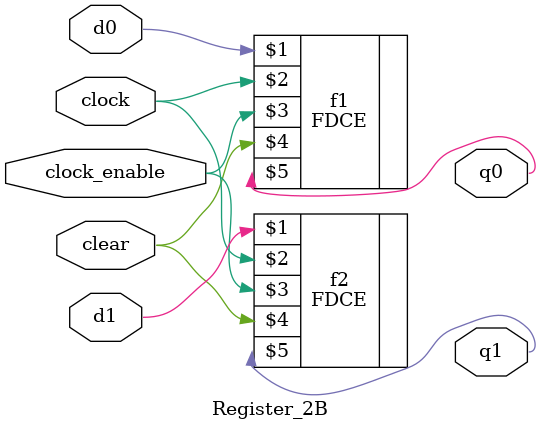
<source format=v>
`include "../FlipFlop/FDCE.v"
module Register_2B (d0, d1, clock, clock_enable, clear, q0, q1);
    input d0, d1, clock, clock_enable, clear;
    output q0, q1;

    FDCE f1(d0, clock, clock_enable, clear, q0);
    FDCE f2(d1, clock, clock_enable, clear, q1);
    
endmodule
</source>
